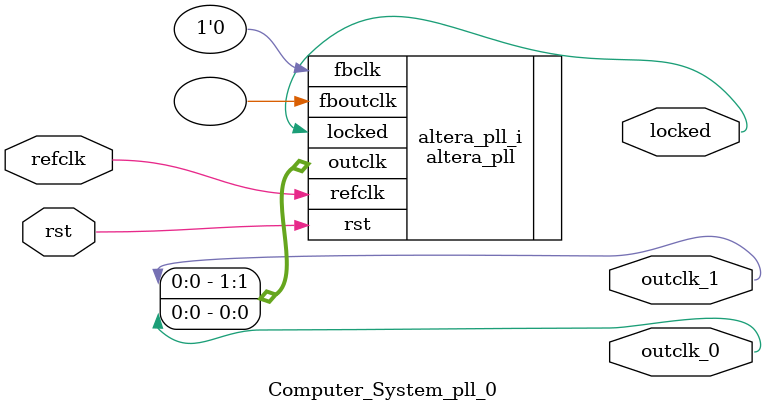
<source format=v>
`timescale 1ns/10ps
module  Computer_System_pll_0(

	// interface 'refclk'
	input wire refclk,

	// interface 'reset'
	input wire rst,

	// interface 'outclk0'
	output wire outclk_0,

	// interface 'outclk1'
	output wire outclk_1,

	// interface 'locked'
	output wire locked
);

	altera_pll #(
		.fractional_vco_multiplier("false"),
		.reference_clock_frequency("50.0 MHz"),
		.operation_mode("normal"),
		.number_of_clocks(2),
		.output_clock_frequency0("100.000000 MHz"),
		.phase_shift0("0 ps"),
		.duty_cycle0(50),
		.output_clock_frequency1("100.000000 MHz"),
		.phase_shift1("0 ps"),
		.duty_cycle1(50),
		.output_clock_frequency2("0 MHz"),
		.phase_shift2("0 ps"),
		.duty_cycle2(50),
		.output_clock_frequency3("0 MHz"),
		.phase_shift3("0 ps"),
		.duty_cycle3(50),
		.output_clock_frequency4("0 MHz"),
		.phase_shift4("0 ps"),
		.duty_cycle4(50),
		.output_clock_frequency5("0 MHz"),
		.phase_shift5("0 ps"),
		.duty_cycle5(50),
		.output_clock_frequency6("0 MHz"),
		.phase_shift6("0 ps"),
		.duty_cycle6(50),
		.output_clock_frequency7("0 MHz"),
		.phase_shift7("0 ps"),
		.duty_cycle7(50),
		.output_clock_frequency8("0 MHz"),
		.phase_shift8("0 ps"),
		.duty_cycle8(50),
		.output_clock_frequency9("0 MHz"),
		.phase_shift9("0 ps"),
		.duty_cycle9(50),
		.output_clock_frequency10("0 MHz"),
		.phase_shift10("0 ps"),
		.duty_cycle10(50),
		.output_clock_frequency11("0 MHz"),
		.phase_shift11("0 ps"),
		.duty_cycle11(50),
		.output_clock_frequency12("0 MHz"),
		.phase_shift12("0 ps"),
		.duty_cycle12(50),
		.output_clock_frequency13("0 MHz"),
		.phase_shift13("0 ps"),
		.duty_cycle13(50),
		.output_clock_frequency14("0 MHz"),
		.phase_shift14("0 ps"),
		.duty_cycle14(50),
		.output_clock_frequency15("0 MHz"),
		.phase_shift15("0 ps"),
		.duty_cycle15(50),
		.output_clock_frequency16("0 MHz"),
		.phase_shift16("0 ps"),
		.duty_cycle16(50),
		.output_clock_frequency17("0 MHz"),
		.phase_shift17("0 ps"),
		.duty_cycle17(50),
		.pll_type("General"),
		.pll_subtype("General")
	) altera_pll_i (
		.rst	(rst),
		.outclk	({outclk_1, outclk_0}),
		.locked	(locked),
		.fboutclk	( ),
		.fbclk	(1'b0),
		.refclk	(refclk)
	);
endmodule


</source>
